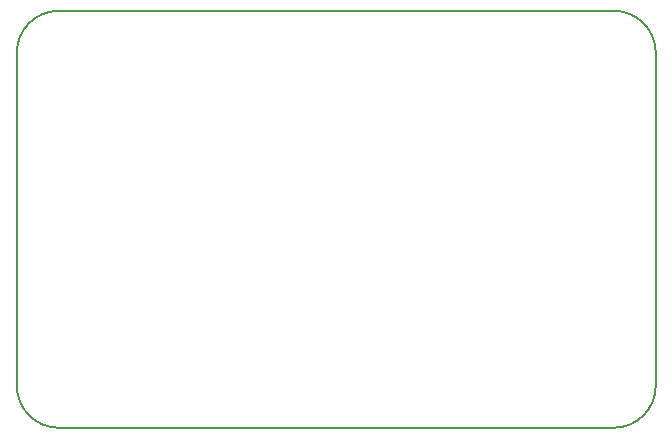
<source format=gko>
G04 Generated by Ultiboard 12.0 *
%FSLAX25Y25*%
%MOIN*%

%ADD10C,0.00001*%
%ADD11C,0.00500*%


G04 ColorRGB 00FFFF for the following layer *
%LNBoard Outline*%
%LPD*%
G54D10*
G54D11*
X0Y124964D02*
X0Y14036D01*
G75*
D01*
G03X14036Y0I14036J0*
G01*
X198964Y0D01*
G75*
D01*
G03X213000Y14036I0J14036*
G01*
X213000Y124964D01*
G74*
D01*
G03X198964Y139000I14036J0*
G01*
X14036Y139000D01*
G75*
D01*
G03X0Y124964I0J-14036*
G01*

M00*

</source>
